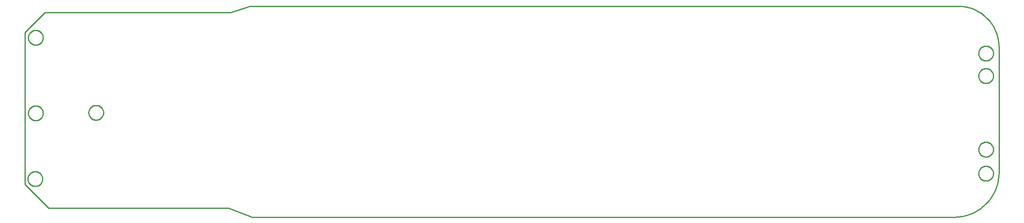
<source format=gbr>
G04 EAGLE Gerber RS-274X export*
G75*
%MOMM*%
%FSLAX34Y34*%
%LPD*%
%IN*%
%IPPOS*%
%AMOC8*
5,1,8,0,0,1.08239X$1,22.5*%
G01*
%ADD10C,0.254000*%


D10*
X-266700Y12700D02*
X-218440Y-35560D01*
X147828Y-35560D01*
X196596Y-53848D01*
X1626108Y-53848D01*
X1634078Y-53500D01*
X1641986Y-52459D01*
X1649774Y-50732D01*
X1657382Y-48334D01*
X1664752Y-45281D01*
X1671828Y-41597D01*
X1678556Y-37311D01*
X1684885Y-32455D01*
X1690766Y-27066D01*
X1696155Y-21185D01*
X1701011Y-14856D01*
X1705297Y-8128D01*
X1708981Y-1052D01*
X1712034Y6318D01*
X1714432Y13926D01*
X1716159Y21714D01*
X1717200Y29622D01*
X1717548Y37592D01*
X1717548Y292608D01*
X1717229Y299913D01*
X1716275Y307163D01*
X1714692Y314302D01*
X1712493Y321276D01*
X1709695Y328032D01*
X1706318Y334518D01*
X1702389Y340685D01*
X1697938Y346486D01*
X1692998Y351878D01*
X1687606Y356818D01*
X1681805Y361269D01*
X1675638Y365198D01*
X1669152Y368575D01*
X1662396Y371373D01*
X1655422Y373572D01*
X1648283Y375155D01*
X1641033Y376109D01*
X1633728Y376428D01*
X191008Y376428D01*
X152400Y363220D01*
X-226060Y363220D01*
X-266700Y322580D01*
X-266700Y12700D01*
X-230000Y311464D02*
X-230076Y310396D01*
X-230229Y309335D01*
X-230457Y308288D01*
X-230759Y307260D01*
X-231133Y306256D01*
X-231578Y305281D01*
X-232092Y304341D01*
X-232671Y303440D01*
X-233313Y302582D01*
X-234015Y301772D01*
X-234772Y301015D01*
X-235582Y300313D01*
X-236440Y299671D01*
X-237341Y299092D01*
X-238281Y298578D01*
X-239256Y298133D01*
X-240260Y297759D01*
X-241288Y297457D01*
X-242335Y297229D01*
X-243396Y297076D01*
X-244464Y297000D01*
X-245536Y297000D01*
X-246604Y297076D01*
X-247665Y297229D01*
X-248712Y297457D01*
X-249740Y297759D01*
X-250744Y298133D01*
X-251719Y298578D01*
X-252659Y299092D01*
X-253560Y299671D01*
X-254418Y300313D01*
X-255228Y301015D01*
X-255985Y301772D01*
X-256687Y302582D01*
X-257329Y303440D01*
X-257908Y304341D01*
X-258422Y305281D01*
X-258867Y306256D01*
X-259241Y307260D01*
X-259543Y308288D01*
X-259771Y309335D01*
X-259924Y310396D01*
X-260000Y311464D01*
X-260000Y312536D01*
X-259924Y313604D01*
X-259771Y314665D01*
X-259543Y315712D01*
X-259241Y316740D01*
X-258867Y317744D01*
X-258422Y318719D01*
X-257908Y319659D01*
X-257329Y320560D01*
X-256687Y321418D01*
X-255985Y322228D01*
X-255228Y322985D01*
X-254418Y323687D01*
X-253560Y324329D01*
X-252659Y324908D01*
X-251719Y325422D01*
X-250744Y325867D01*
X-249740Y326241D01*
X-248712Y326543D01*
X-247665Y326771D01*
X-246604Y326924D01*
X-245536Y327000D01*
X-244464Y327000D01*
X-243396Y326924D01*
X-242335Y326771D01*
X-241288Y326543D01*
X-240260Y326241D01*
X-239256Y325867D01*
X-238281Y325422D01*
X-237341Y324908D01*
X-236440Y324329D01*
X-235582Y323687D01*
X-234772Y322985D01*
X-234015Y322228D01*
X-233313Y321418D01*
X-232671Y320560D01*
X-232092Y319659D01*
X-231578Y318719D01*
X-231133Y317744D01*
X-230759Y316740D01*
X-230457Y315712D01*
X-230229Y314665D01*
X-230076Y313604D01*
X-230000Y312536D01*
X-230000Y311464D01*
X-107000Y158464D02*
X-107076Y157396D01*
X-107229Y156335D01*
X-107457Y155288D01*
X-107759Y154260D01*
X-108133Y153256D01*
X-108578Y152281D01*
X-109092Y151341D01*
X-109671Y150440D01*
X-110313Y149582D01*
X-111015Y148772D01*
X-111772Y148015D01*
X-112582Y147313D01*
X-113440Y146671D01*
X-114341Y146092D01*
X-115281Y145578D01*
X-116256Y145133D01*
X-117260Y144759D01*
X-118288Y144457D01*
X-119335Y144229D01*
X-120396Y144076D01*
X-121464Y144000D01*
X-122536Y144000D01*
X-123604Y144076D01*
X-124665Y144229D01*
X-125712Y144457D01*
X-126740Y144759D01*
X-127744Y145133D01*
X-128719Y145578D01*
X-129659Y146092D01*
X-130560Y146671D01*
X-131418Y147313D01*
X-132228Y148015D01*
X-132985Y148772D01*
X-133687Y149582D01*
X-134329Y150440D01*
X-134908Y151341D01*
X-135422Y152281D01*
X-135867Y153256D01*
X-136241Y154260D01*
X-136543Y155288D01*
X-136771Y156335D01*
X-136924Y157396D01*
X-137000Y158464D01*
X-137000Y159536D01*
X-136924Y160604D01*
X-136771Y161665D01*
X-136543Y162712D01*
X-136241Y163740D01*
X-135867Y164744D01*
X-135422Y165719D01*
X-134908Y166659D01*
X-134329Y167560D01*
X-133687Y168418D01*
X-132985Y169228D01*
X-132228Y169985D01*
X-131418Y170687D01*
X-130560Y171329D01*
X-129659Y171908D01*
X-128719Y172422D01*
X-127744Y172867D01*
X-126740Y173241D01*
X-125712Y173543D01*
X-124665Y173771D01*
X-123604Y173924D01*
X-122536Y174000D01*
X-121464Y174000D01*
X-120396Y173924D01*
X-119335Y173771D01*
X-118288Y173543D01*
X-117260Y173241D01*
X-116256Y172867D01*
X-115281Y172422D01*
X-114341Y171908D01*
X-113440Y171329D01*
X-112582Y170687D01*
X-111772Y169985D01*
X-111015Y169228D01*
X-110313Y168418D01*
X-109671Y167560D01*
X-109092Y166659D01*
X-108578Y165719D01*
X-108133Y164744D01*
X-107759Y163740D01*
X-107457Y162712D01*
X-107229Y161665D01*
X-107076Y160604D01*
X-107000Y159536D01*
X-107000Y158464D01*
X-230000Y157464D02*
X-230076Y156396D01*
X-230229Y155335D01*
X-230457Y154288D01*
X-230759Y153260D01*
X-231133Y152256D01*
X-231578Y151281D01*
X-232092Y150341D01*
X-232671Y149440D01*
X-233313Y148582D01*
X-234015Y147772D01*
X-234772Y147015D01*
X-235582Y146313D01*
X-236440Y145671D01*
X-237341Y145092D01*
X-238281Y144578D01*
X-239256Y144133D01*
X-240260Y143759D01*
X-241288Y143457D01*
X-242335Y143229D01*
X-243396Y143076D01*
X-244464Y143000D01*
X-245536Y143000D01*
X-246604Y143076D01*
X-247665Y143229D01*
X-248712Y143457D01*
X-249740Y143759D01*
X-250744Y144133D01*
X-251719Y144578D01*
X-252659Y145092D01*
X-253560Y145671D01*
X-254418Y146313D01*
X-255228Y147015D01*
X-255985Y147772D01*
X-256687Y148582D01*
X-257329Y149440D01*
X-257908Y150341D01*
X-258422Y151281D01*
X-258867Y152256D01*
X-259241Y153260D01*
X-259543Y154288D01*
X-259771Y155335D01*
X-259924Y156396D01*
X-260000Y157464D01*
X-260000Y158536D01*
X-259924Y159604D01*
X-259771Y160665D01*
X-259543Y161712D01*
X-259241Y162740D01*
X-258867Y163744D01*
X-258422Y164719D01*
X-257908Y165659D01*
X-257329Y166560D01*
X-256687Y167418D01*
X-255985Y168228D01*
X-255228Y168985D01*
X-254418Y169687D01*
X-253560Y170329D01*
X-252659Y170908D01*
X-251719Y171422D01*
X-250744Y171867D01*
X-249740Y172241D01*
X-248712Y172543D01*
X-247665Y172771D01*
X-246604Y172924D01*
X-245536Y173000D01*
X-244464Y173000D01*
X-243396Y172924D01*
X-242335Y172771D01*
X-241288Y172543D01*
X-240260Y172241D01*
X-239256Y171867D01*
X-238281Y171422D01*
X-237341Y170908D01*
X-236440Y170329D01*
X-235582Y169687D01*
X-234772Y168985D01*
X-234015Y168228D01*
X-233313Y167418D01*
X-232671Y166560D01*
X-232092Y165659D01*
X-231578Y164719D01*
X-231133Y163744D01*
X-230759Y162740D01*
X-230457Y161712D01*
X-230229Y160665D01*
X-230076Y159604D01*
X-230000Y158536D01*
X-230000Y157464D01*
X-231000Y23464D02*
X-231076Y22396D01*
X-231229Y21335D01*
X-231457Y20288D01*
X-231759Y19260D01*
X-232133Y18256D01*
X-232578Y17281D01*
X-233092Y16341D01*
X-233671Y15440D01*
X-234313Y14582D01*
X-235015Y13772D01*
X-235772Y13015D01*
X-236582Y12313D01*
X-237440Y11671D01*
X-238341Y11092D01*
X-239281Y10578D01*
X-240256Y10133D01*
X-241260Y9759D01*
X-242288Y9457D01*
X-243335Y9229D01*
X-244396Y9076D01*
X-245464Y9000D01*
X-246536Y9000D01*
X-247604Y9076D01*
X-248665Y9229D01*
X-249712Y9457D01*
X-250740Y9759D01*
X-251744Y10133D01*
X-252719Y10578D01*
X-253659Y11092D01*
X-254560Y11671D01*
X-255418Y12313D01*
X-256228Y13015D01*
X-256985Y13772D01*
X-257687Y14582D01*
X-258329Y15440D01*
X-258908Y16341D01*
X-259422Y17281D01*
X-259867Y18256D01*
X-260241Y19260D01*
X-260543Y20288D01*
X-260771Y21335D01*
X-260924Y22396D01*
X-261000Y23464D01*
X-261000Y24536D01*
X-260924Y25604D01*
X-260771Y26665D01*
X-260543Y27712D01*
X-260241Y28740D01*
X-259867Y29744D01*
X-259422Y30719D01*
X-258908Y31659D01*
X-258329Y32560D01*
X-257687Y33418D01*
X-256985Y34228D01*
X-256228Y34985D01*
X-255418Y35687D01*
X-254560Y36329D01*
X-253659Y36908D01*
X-252719Y37422D01*
X-251744Y37867D01*
X-250740Y38241D01*
X-249712Y38543D01*
X-248665Y38771D01*
X-247604Y38924D01*
X-246536Y39000D01*
X-245464Y39000D01*
X-244396Y38924D01*
X-243335Y38771D01*
X-242288Y38543D01*
X-241260Y38241D01*
X-240256Y37867D01*
X-239281Y37422D01*
X-238341Y36908D01*
X-237440Y36329D01*
X-236582Y35687D01*
X-235772Y34985D01*
X-235015Y34228D01*
X-234313Y33418D01*
X-233671Y32560D01*
X-233092Y31659D01*
X-232578Y30719D01*
X-232133Y29744D01*
X-231759Y28740D01*
X-231457Y27712D01*
X-231229Y26665D01*
X-231076Y25604D01*
X-231000Y24536D01*
X-231000Y23464D01*
X1706000Y279464D02*
X1705924Y278396D01*
X1705771Y277335D01*
X1705543Y276288D01*
X1705241Y275260D01*
X1704867Y274256D01*
X1704422Y273281D01*
X1703908Y272341D01*
X1703329Y271440D01*
X1702687Y270582D01*
X1701985Y269772D01*
X1701228Y269015D01*
X1700418Y268313D01*
X1699560Y267671D01*
X1698659Y267092D01*
X1697719Y266578D01*
X1696744Y266133D01*
X1695740Y265759D01*
X1694712Y265457D01*
X1693665Y265229D01*
X1692604Y265076D01*
X1691536Y265000D01*
X1690464Y265000D01*
X1689396Y265076D01*
X1688335Y265229D01*
X1687288Y265457D01*
X1686260Y265759D01*
X1685256Y266133D01*
X1684281Y266578D01*
X1683341Y267092D01*
X1682440Y267671D01*
X1681582Y268313D01*
X1680772Y269015D01*
X1680015Y269772D01*
X1679313Y270582D01*
X1678671Y271440D01*
X1678092Y272341D01*
X1677578Y273281D01*
X1677133Y274256D01*
X1676759Y275260D01*
X1676457Y276288D01*
X1676229Y277335D01*
X1676076Y278396D01*
X1676000Y279464D01*
X1676000Y280536D01*
X1676076Y281604D01*
X1676229Y282665D01*
X1676457Y283712D01*
X1676759Y284740D01*
X1677133Y285744D01*
X1677578Y286719D01*
X1678092Y287659D01*
X1678671Y288560D01*
X1679313Y289418D01*
X1680015Y290228D01*
X1680772Y290985D01*
X1681582Y291687D01*
X1682440Y292329D01*
X1683341Y292908D01*
X1684281Y293422D01*
X1685256Y293867D01*
X1686260Y294241D01*
X1687288Y294543D01*
X1688335Y294771D01*
X1689396Y294924D01*
X1690464Y295000D01*
X1691536Y295000D01*
X1692604Y294924D01*
X1693665Y294771D01*
X1694712Y294543D01*
X1695740Y294241D01*
X1696744Y293867D01*
X1697719Y293422D01*
X1698659Y292908D01*
X1699560Y292329D01*
X1700418Y291687D01*
X1701228Y290985D01*
X1701985Y290228D01*
X1702687Y289418D01*
X1703329Y288560D01*
X1703908Y287659D01*
X1704422Y286719D01*
X1704867Y285744D01*
X1705241Y284740D01*
X1705543Y283712D01*
X1705771Y282665D01*
X1705924Y281604D01*
X1706000Y280536D01*
X1706000Y279464D01*
X1706000Y233464D02*
X1705924Y232396D01*
X1705771Y231335D01*
X1705543Y230288D01*
X1705241Y229260D01*
X1704867Y228256D01*
X1704422Y227281D01*
X1703908Y226341D01*
X1703329Y225440D01*
X1702687Y224582D01*
X1701985Y223772D01*
X1701228Y223015D01*
X1700418Y222313D01*
X1699560Y221671D01*
X1698659Y221092D01*
X1697719Y220578D01*
X1696744Y220133D01*
X1695740Y219759D01*
X1694712Y219457D01*
X1693665Y219229D01*
X1692604Y219076D01*
X1691536Y219000D01*
X1690464Y219000D01*
X1689396Y219076D01*
X1688335Y219229D01*
X1687288Y219457D01*
X1686260Y219759D01*
X1685256Y220133D01*
X1684281Y220578D01*
X1683341Y221092D01*
X1682440Y221671D01*
X1681582Y222313D01*
X1680772Y223015D01*
X1680015Y223772D01*
X1679313Y224582D01*
X1678671Y225440D01*
X1678092Y226341D01*
X1677578Y227281D01*
X1677133Y228256D01*
X1676759Y229260D01*
X1676457Y230288D01*
X1676229Y231335D01*
X1676076Y232396D01*
X1676000Y233464D01*
X1676000Y234536D01*
X1676076Y235604D01*
X1676229Y236665D01*
X1676457Y237712D01*
X1676759Y238740D01*
X1677133Y239744D01*
X1677578Y240719D01*
X1678092Y241659D01*
X1678671Y242560D01*
X1679313Y243418D01*
X1680015Y244228D01*
X1680772Y244985D01*
X1681582Y245687D01*
X1682440Y246329D01*
X1683341Y246908D01*
X1684281Y247422D01*
X1685256Y247867D01*
X1686260Y248241D01*
X1687288Y248543D01*
X1688335Y248771D01*
X1689396Y248924D01*
X1690464Y249000D01*
X1691536Y249000D01*
X1692604Y248924D01*
X1693665Y248771D01*
X1694712Y248543D01*
X1695740Y248241D01*
X1696744Y247867D01*
X1697719Y247422D01*
X1698659Y246908D01*
X1699560Y246329D01*
X1700418Y245687D01*
X1701228Y244985D01*
X1701985Y244228D01*
X1702687Y243418D01*
X1703329Y242560D01*
X1703908Y241659D01*
X1704422Y240719D01*
X1704867Y239744D01*
X1705241Y238740D01*
X1705543Y237712D01*
X1705771Y236665D01*
X1705924Y235604D01*
X1706000Y234536D01*
X1706000Y233464D01*
X1706000Y83464D02*
X1705924Y82396D01*
X1705771Y81335D01*
X1705543Y80288D01*
X1705241Y79260D01*
X1704867Y78256D01*
X1704422Y77281D01*
X1703908Y76341D01*
X1703329Y75440D01*
X1702687Y74582D01*
X1701985Y73772D01*
X1701228Y73015D01*
X1700418Y72313D01*
X1699560Y71671D01*
X1698659Y71092D01*
X1697719Y70578D01*
X1696744Y70133D01*
X1695740Y69759D01*
X1694712Y69457D01*
X1693665Y69229D01*
X1692604Y69076D01*
X1691536Y69000D01*
X1690464Y69000D01*
X1689396Y69076D01*
X1688335Y69229D01*
X1687288Y69457D01*
X1686260Y69759D01*
X1685256Y70133D01*
X1684281Y70578D01*
X1683341Y71092D01*
X1682440Y71671D01*
X1681582Y72313D01*
X1680772Y73015D01*
X1680015Y73772D01*
X1679313Y74582D01*
X1678671Y75440D01*
X1678092Y76341D01*
X1677578Y77281D01*
X1677133Y78256D01*
X1676759Y79260D01*
X1676457Y80288D01*
X1676229Y81335D01*
X1676076Y82396D01*
X1676000Y83464D01*
X1676000Y84536D01*
X1676076Y85604D01*
X1676229Y86665D01*
X1676457Y87712D01*
X1676759Y88740D01*
X1677133Y89744D01*
X1677578Y90719D01*
X1678092Y91659D01*
X1678671Y92560D01*
X1679313Y93418D01*
X1680015Y94228D01*
X1680772Y94985D01*
X1681582Y95687D01*
X1682440Y96329D01*
X1683341Y96908D01*
X1684281Y97422D01*
X1685256Y97867D01*
X1686260Y98241D01*
X1687288Y98543D01*
X1688335Y98771D01*
X1689396Y98924D01*
X1690464Y99000D01*
X1691536Y99000D01*
X1692604Y98924D01*
X1693665Y98771D01*
X1694712Y98543D01*
X1695740Y98241D01*
X1696744Y97867D01*
X1697719Y97422D01*
X1698659Y96908D01*
X1699560Y96329D01*
X1700418Y95687D01*
X1701228Y94985D01*
X1701985Y94228D01*
X1702687Y93418D01*
X1703329Y92560D01*
X1703908Y91659D01*
X1704422Y90719D01*
X1704867Y89744D01*
X1705241Y88740D01*
X1705543Y87712D01*
X1705771Y86665D01*
X1705924Y85604D01*
X1706000Y84536D01*
X1706000Y83464D01*
X1706000Y34464D02*
X1705924Y33396D01*
X1705771Y32335D01*
X1705543Y31288D01*
X1705241Y30260D01*
X1704867Y29256D01*
X1704422Y28281D01*
X1703908Y27341D01*
X1703329Y26440D01*
X1702687Y25582D01*
X1701985Y24772D01*
X1701228Y24015D01*
X1700418Y23313D01*
X1699560Y22671D01*
X1698659Y22092D01*
X1697719Y21578D01*
X1696744Y21133D01*
X1695740Y20759D01*
X1694712Y20457D01*
X1693665Y20229D01*
X1692604Y20076D01*
X1691536Y20000D01*
X1690464Y20000D01*
X1689396Y20076D01*
X1688335Y20229D01*
X1687288Y20457D01*
X1686260Y20759D01*
X1685256Y21133D01*
X1684281Y21578D01*
X1683341Y22092D01*
X1682440Y22671D01*
X1681582Y23313D01*
X1680772Y24015D01*
X1680015Y24772D01*
X1679313Y25582D01*
X1678671Y26440D01*
X1678092Y27341D01*
X1677578Y28281D01*
X1677133Y29256D01*
X1676759Y30260D01*
X1676457Y31288D01*
X1676229Y32335D01*
X1676076Y33396D01*
X1676000Y34464D01*
X1676000Y35536D01*
X1676076Y36604D01*
X1676229Y37665D01*
X1676457Y38712D01*
X1676759Y39740D01*
X1677133Y40744D01*
X1677578Y41719D01*
X1678092Y42659D01*
X1678671Y43560D01*
X1679313Y44418D01*
X1680015Y45228D01*
X1680772Y45985D01*
X1681582Y46687D01*
X1682440Y47329D01*
X1683341Y47908D01*
X1684281Y48422D01*
X1685256Y48867D01*
X1686260Y49241D01*
X1687288Y49543D01*
X1688335Y49771D01*
X1689396Y49924D01*
X1690464Y50000D01*
X1691536Y50000D01*
X1692604Y49924D01*
X1693665Y49771D01*
X1694712Y49543D01*
X1695740Y49241D01*
X1696744Y48867D01*
X1697719Y48422D01*
X1698659Y47908D01*
X1699560Y47329D01*
X1700418Y46687D01*
X1701228Y45985D01*
X1701985Y45228D01*
X1702687Y44418D01*
X1703329Y43560D01*
X1703908Y42659D01*
X1704422Y41719D01*
X1704867Y40744D01*
X1705241Y39740D01*
X1705543Y38712D01*
X1705771Y37665D01*
X1705924Y36604D01*
X1706000Y35536D01*
X1706000Y34464D01*
M02*

</source>
